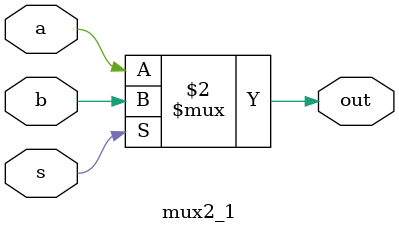
<source format=v>
module mux2_1(input a,b, s,output out);

assign out = (s==0)? a:b;

endmodule

</source>
